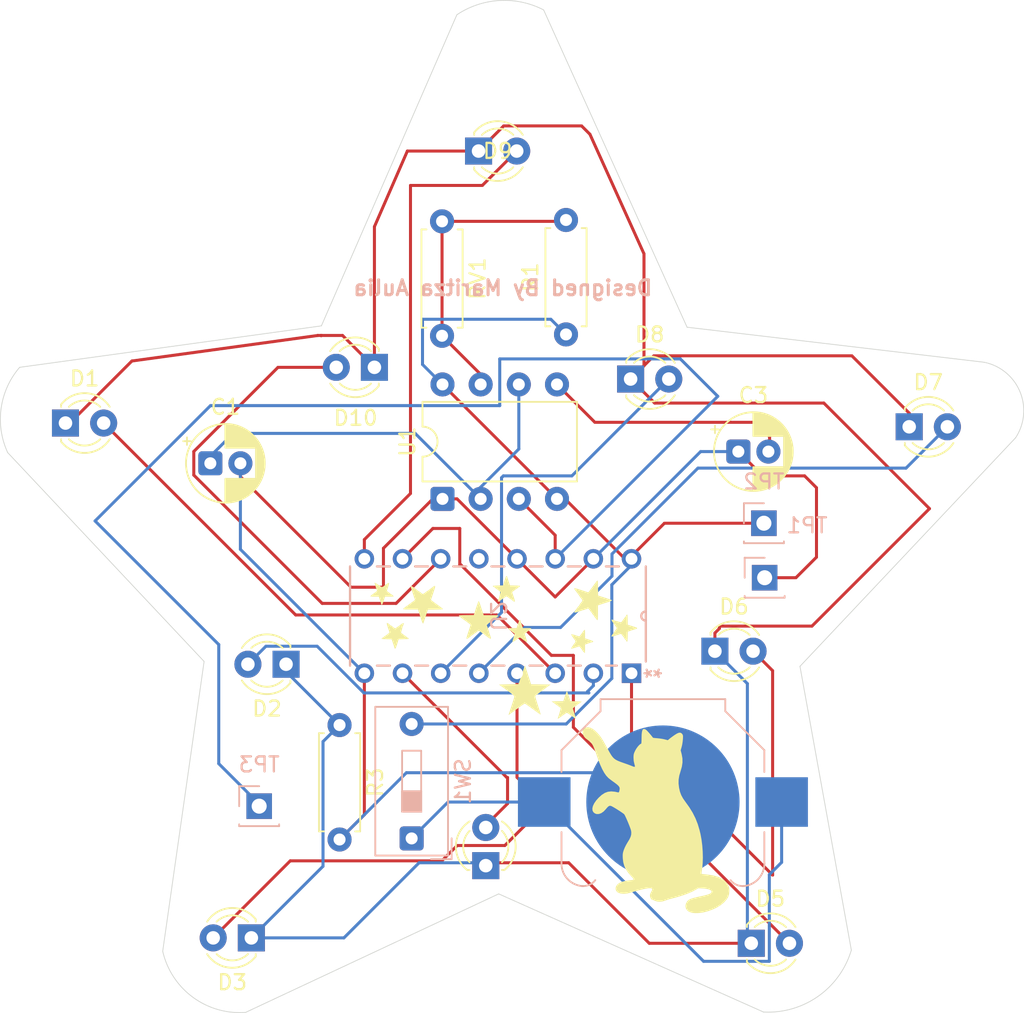
<source format=kicad_pcb>
(kicad_pcb (version 20241229) (generator "pcbnew") (generator_version "9.0")
  (layers (0 "F.Cu" signal) (2 "B.Cu" signal) (13 "F.Paste" user) (15 "B.Paste" user) (5 "F.SilkS" user "F.Silkscreen") (7 "B.SilkS" user "B.Silkscreen") (1 "F.Mask" user) (3 "B.Mask" user) (25 "Edge.Cuts" user))
  (net 0 "")
  (net 1 "GND")
  (net 2 "TR")
  (net 3 "Net-(U1-CV)")
  (net 4 "Net-(D1-K)")
  (net 5 "Net-(D1-A)")
  (net 6 "Net-(D2-A)")
  (net 7 "Net-(D3-A)")
  (net 8 "Net-(D4-A)")
  (net 9 "Net-(D5-A)")
  (net 10 "Net-(D6-A)")
  (net 11 "Net-(D7-A)")
  (net 12 "Net-(D8-A)")
  (net 13 "Net-(D9-A)")
  (net 14 "Net-(D10-A)")
  (net 15 "+5V")
  (net 16 "Net-(U1-DIS)")
  (net 17 "OUT")
  (net 19 "Net-(BT2-+)")
  (footprint "LED_THT:LED_D3.0mm" (layer "F.Cu") (at 162.45 68.19)
    (property "Reference" "D8" (at 1.27 -2.96 0) (layer "F.SilkS"))
    (property "Value" "LED")
    (pad "1" thru_hole rect (at 0 0) (size 1.8 1.8) (drill 0.9) (layers "*.Cu" "*.Mask") (net 4 "Net-(D1-K)"))
    (pad "2" thru_hole circle (at 2.54 0) (size 1.8 1.8) (drill 0.9) (layers "*.Cu" "*.Mask") (net 12 "Net-(D8-A)"))
  )
  (footprint "LED_THT:LED_D3.0mm" (layer "F.Cu") (at 168.06 86.31)
    (property "Reference" "D6" (at 1.27 -2.96 0) (layer "F.SilkS"))
    (property "Value" "LED")
    (pad "1" thru_hole rect (at 0 0) (size 1.8 1.8) (drill 0.9) (layers "*.Cu" "*.Mask") (net 4 "Net-(D1-K)"))
    (pad "2" thru_hole circle (at 2.54 0) (size 1.8 1.8) (drill 0.9) (layers "*.Cu" "*.Mask") (net 10 "Net-(D6-A)"))
  )
  (footprint "MountingHole:MountingHole_3.5mm" (layer "F.Cu") (at 153.85 46.99)
    (property "Reference" "REF**" (hide yes))
    (property "Value" "MountingHole_3.5mm" (hide yes))
    (pad "" np_thru_hole circle (at 0 0) (size 3.5 3.5) (drill 3.5) (layers "*.Cu" "*.Mask"))
  )
  (footprint "Resistor_THT:R_Axial_DIN0207_L6.3mm_D2.5mm_P7.62mm_Horizontal" (layer "F.Cu") (at 149.9 57.69 -90)
    (property "Reference" "RV1" (at 3.81 -2.37 90) (layer "F.SilkS"))
    (property "Value" "50k")
    (pad "1" thru_hole circle (at 0 0 270) (size 1.6 1.6) (drill 0.8) (layers "*.Cu" "*.Mask") (net 16 "Net-(U1-DIS)"))
    (pad "2" thru_hole circle (at 7.62 0 270) (size 1.6 1.6) (drill 0.8) (layers "*.Cu" "*.Mask") (net 16 "Net-(U1-DIS)"))
  )
  (footprint "Picture:Stars1" (layer "F.Cu") (at 160.816787 84.470755 -90)
    (property "Reference" "G***" (hide yes))
    (property "Value" "LOGO" (hide yes))
  )
  (footprint "LED_THT:LED_D3.0mm" (layer "F.Cu") (at 124.84 71.12)
    (property "Reference" "D1" (at 1.27 -2.96 0) (layer "F.SilkS"))
    (property "Value" "LED")
    (pad "1" thru_hole rect (at 0 0) (size 1.8 1.8) (drill 0.9) (layers "*.Cu" "*.Mask") (net 4 "Net-(D1-K)"))
    (pad "2" thru_hole circle (at 2.54 0) (size 1.8 1.8) (drill 0.9) (layers "*.Cu" "*.Mask") (net 5 "Net-(D1-A)"))
  )
  (footprint "Picture:Stars1" (layer "F.Cu") (at 153.880755 83.373214)
    (property "Reference" "G***" (hide yes))
    (property "Value" "LOGO" (hide yes))
  )
  (footprint "Resistor_THT:R_Axial_DIN0207_L6.3mm_D2.5mm_P7.62mm_Horizontal" (layer "F.Cu") (at 143.08 91.23 -90)
    (property "Reference" "R3" (at 3.81 -2.37 90) (layer "F.SilkS"))
    (property "Value" "470")
    (pad "1" thru_hole circle (at 0 0 270) (size 1.6 1.6) (drill 0.8) (layers "*.Cu" "*.Mask") (net 4 "Net-(D1-K)"))
    (pad "2" thru_hole circle (at 7.62 0 270) (size 1.6 1.6) (drill 0.8) (layers "*.Cu" "*.Mask") (net 1 "GND"))
  )
  (footprint "LED_THT:LED_D3.0mm" (layer "F.Cu") (at 145.4 67.41 180)
    (property "Reference" "D10" (at 1.25 -3.37 0) (layer "F.SilkS"))
    (property "Value" "LED")
    (pad "1" thru_hole rect (at 0 0 180) (size 1.8 1.8) (drill 0.9) (layers "*.Cu" "*.Mask") (net 4 "Net-(D1-K)"))
    (pad "2" thru_hole circle (at 2.54 0 180) (size 1.8 1.8) (drill 0.9) (layers "*.Cu" "*.Mask") (net 14 "Net-(D10-A)"))
  )
  (footprint "LED_THT:LED_D3.0mm" (layer "F.Cu") (at 137.21 105.4 180)
    (property "Reference" "D3" (at 1.27 -2.96 0) (layer "F.SilkS"))
    (property "Value" "LED")
    (pad "1" thru_hole rect (at 0 0 180) (size 1.8 1.8) (drill 0.9) (layers "*.Cu" "*.Mask") (net 4 "Net-(D1-K)"))
    (pad "2" thru_hole circle (at 2.54 0 180) (size 1.8 1.8) (drill 0.9) (layers "*.Cu" "*.Mask") (net 7 "Net-(D3-A)"))
  )
  (footprint "Resistor_THT:R_Axial_DIN0207_L6.3mm_D2.5mm_P7.62mm_Horizontal" (layer "F.Cu") (at 158.15 65.22 90)
    (property "Reference" "R1" (at 3.81 -2.37 90) (layer "F.SilkS"))
    (property "Value" "1k")
    (pad "1" thru_hole circle (at 0 0 90) (size 1.6 1.6) (drill 0.8) (layers "*.Cu" "*.Mask") (net 15 "+5V"))
    (pad "2" thru_hole circle (at 7.62 0 90) (size 1.6 1.6) (drill 0.8) (layers "*.Cu" "*.Mask") (net 16 "Net-(U1-DIS)"))
  )
  (footprint "LED_THT:LED_D3.0mm" (layer "F.Cu") (at 152.33 53.01)
    (property "Reference" "D9" (at 1.27 0 0) (layer "F.SilkS"))
    (property "Value" "LED")
    (pad "1" thru_hole rect (at 0 0) (size 1.8 1.8) (drill 0.9) (layers "*.Cu" "*.Mask") (net 4 "Net-(D1-K)"))
    (pad "2" thru_hole circle (at 2.54 0) (size 1.8 1.8) (drill 0.9) (layers "*.Cu" "*.Mask") (net 13 "Net-(D9-A)"))
  )
  (footprint "Capacitor_THT:CP_Radial_D5.0mm_P2.00mm" (layer "F.Cu") (at 169.62 73.02)
    (property "Reference" "C3" (at 1 -3.75 0) (layer "F.SilkS"))
    (property "Value" "0.01 uF")
    (pad "1" thru_hole roundrect (at 0 0) (size 1.6 1.6) (drill 0.8) (layers "*.Cu" "*.Mask") (roundrect_rratio 0.15625) (net 1 "GND"))
    (pad "2" thru_hole circle (at 2 0) (size 1.6 1.6) (drill 0.8) (layers "*.Cu" "*.Mask") (net 3 "Net-(U1-CV)"))
  )
  (footprint "Capacitor_THT:CP_Radial_D5.0mm_P2.00mm" (layer "F.Cu") (at 134.48 73.8)
    (property "Reference" "C1" (at 1 -3.75 0) (layer "F.SilkS"))
    (property "Value" "1 uF")
    (pad "1" thru_hole roundrect (at 0 0) (size 1.6 1.6) (drill 0.8) (layers "*.Cu" "*.Mask") (roundrect_rratio 0.15625) (net 2 "TR"))
    (pad "2" thru_hole circle (at 2 0) (size 1.6 1.6) (drill 0.8) (layers "*.Cu" "*.Mask") (net 1 "GND"))
  )
  (footprint "Picture:Stars1" (layer "F.Cu") (at 147.089245 84.076787 180)
    (property "Reference" "G***" (hide yes))
    (property "Value" "LOGO" (hide yes))
  )
  (footprint "LED_THT:LED_D3.0mm" (layer "F.Cu") (at 170.48 105.76)
    (property "Reference" "D5" (at 1.27 -2.96 0) (layer "F.SilkS"))
    (property "Value" "LED")
    (pad "1" thru_hole rect (at 0 0) (size 1.8 1.8) (drill 0.9) (layers "*.Cu" "*.Mask") (net 4 "Net-(D1-K)"))
    (pad "2" thru_hole circle (at 2.54 0) (size 1.8 1.8) (drill 0.9) (layers "*.Cu" "*.Mask") (net 9 "Net-(D5-A)"))
  )
  (footprint "LED_THT:LED_D3.0mm" (layer "F.Cu") (at 139.52 87.18 180)
    (property "Reference" "D2" (at 1.27 -2.96 0) (layer "F.SilkS"))
    (property "Value" "LED")
    (pad "1" thru_hole rect (at 0 0 180) (size 1.8 1.8) (drill 0.9) (layers "*.Cu" "*.Mask") (net 4 "Net-(D1-K)"))
    (pad "2" thru_hole circle (at 2.54 0 180) (size 1.8 1.8) (drill 0.9) (layers "*.Cu" "*.Mask") (net 6 "Net-(D2-A)"))
  )
  (footprint "LED_THT:LED_D3.0mm" (layer "F.Cu") (at 152.81 100.59 90)
    (property "Reference" "D4" (hide yes))
    (property "Value" "LED")
    (pad "1" thru_hole rect (at 0 0 90) (size 1.8 1.8) (drill 0.9) (layers "*.Cu" "*.Mask") (net 4 "Net-(D1-K)"))
    (pad "2" thru_hole circle (at 2.54 0 90) (size 1.8 1.8) (drill 0.9) (layers "*.Cu" "*.Mask") (net 8 "Net-(D4-A)"))
  )
  (footprint "Package_DIP:DIP-8_W7.62mm" (layer "F.Cu") (at 149.93 76.17 90)
    (property "Reference" "U1" (at 3.81 -2.33 90) (layer "F.SilkS"))
    (property "Value" "NE555P")
    (pad "1" thru_hole roundrect (at 0 0 90) (size 1.6 1.6) (drill 0.8) (layers "*.Cu" "*.Mask") (roundrect_rratio 0.15625) (net 1 "GND"))
    (pad "2" thru_hole circle (at 0 2.54 90) (size 1.6 1.6) (drill 0.8) (layers "*.Cu" "*.Mask") (net 2 "TR"))
    (pad "3" thru_hole circle (at 0 5.08 90) (size 1.6 1.6) (drill 0.8) (layers "*.Cu" "*.Mask") (net 17 "OUT"))
    (pad "4" thru_hole circle (at 0 7.62 90) (size 1.6 1.6) (drill 0.8) (layers "*.Cu" "*.Mask") (net 15 "+5V"))
    (pad "5" thru_hole circle (at 7.62 7.62 90) (size 1.6 1.6) (drill 0.8) (layers "*.Cu" "*.Mask") (net 3 "Net-(U1-CV)"))
    (pad "6" thru_hole circle (at 7.62 5.08 90) (size 1.6 1.6) (drill 0.8) (layers "*.Cu" "*.Mask") (net 2 "TR"))
    (pad "7" thru_hole circle (at 7.62 2.54 90) (size 1.6 1.6) (drill 0.8) (layers "*.Cu" "*.Mask") (net 16 "Net-(U1-DIS)"))
    (pad "8" thru_hole circle (at 7.62 0 90) (size 1.6 1.6) (drill 0.8) (layers "*.Cu" "*.Mask") (net 15 "+5V"))
  )
  (footprint "Picture:CatAndStarFF" (layer "F.Cu") (at 161.43 95.14)
    (property "Reference" "Cat" (hide yes))
    (property "Value" "LOGO" (hide yes))
  )
  (footprint "LED_THT:LED_D3.0mm" (layer "F.Cu") (at 180.99 71.37)
    (property "Reference" "D7" (at 1.27 -2.96 0) (layer "F.SilkS"))
    (property "Value" "LED")
    (pad "1" thru_hole rect (at 0 0) (size 1.8 1.8) (drill 0.9) (layers "*.Cu" "*.Mask") (net 4 "Net-(D1-K)"))
    (pad "2" thru_hole circle (at 2.54 0) (size 1.8 1.8) (drill 0.9) (layers "*.Cu" "*.Mask") (net 11 "Net-(D7-A)"))
  )
  (footprint "Battery:BatteryHolder_Keystone_3000_1x12mm" (layer "B.Cu") (at 164.6 96.355 180)
    (property "Reference" "BT2" (hide yes))
    (property "Value" "Battery_Cell")
    (pad "1" smd rect (at -7.9 0 180) (size 3.5 3.3) (layers "B.Cu" "B.Mask" "B.Paste") (net 19 "Net-(BT2-+)"))
    (pad "1" smd rect (at 7.9 0 180) (size 3.5 3.3) (layers "B.Cu" "B.Mask" "B.Paste") (net 19 "Net-(BT2-+)"))
    (pad "2" smd circle (at 0 0 180) (size 10.2 10.2) (layers "B.Cu" "B.Mask") (net 1 "GND"))
  )
  (footprint "Connector_PinSocket_2.54mm:PinSocket_1x01_P2.54mm_Vertical" (layer "B.Cu") (at 171.37 81.42 180)
    (property "Reference" "TP1" (at -2.82 3.48 0) (layer "B.SilkS") (effects (justify mirror)))
    (property "Value" "TestPoint")
    (pad "1" thru_hole rect (at 0 0 180) (size 1.7 1.7) (drill 1) (layers "*.Cu" "*.Mask") (net 1 "GND"))
  )
  (footprint "Connector_PinSocket_2.54mm:PinSocket_1x01_P2.54mm_Vertical" (layer "B.Cu") (at 171.32 77.79 180)
    (property "Reference" "TP2" (at 0 2.77 0) (layer "B.SilkS") (effects (justify mirror)))
    (property "Value" "TestPoint")
    (pad "1" thru_hole rect (at 0 0 180) (size 1.7 1.7) (drill 1) (layers "*.Cu" "*.Mask") (net 15 "+5V"))
  )
  (footprint "Button_Switch_THT:SW_DIP_SPSTx01_Slide_9.78x4.72mm_W7.62mm_P2.54mm" (layer "B.Cu") (at 147.8775 98.7775 90)
    (property "Reference" "SW1" (at 3.81 3.42 90) (layer "B.SilkS") (effects (justify mirror)))
    (property "Value" "SW_SPST")
    (pad "1" thru_hole roundrect (at 0 0 90) (size 1.6 1.6) (drill 0.8) (layers "*.Cu" "*.Mask") (roundrect_rratio 0.15625) (net 19 "Net-(BT2-+)"))
    (pad "2" thru_hole circle (at 7.62 0 90) (size 1.6 1.6) (drill 0.8) (layers "*.Cu" "*.Mask") (net 15 "+5V"))
  )
  (footprint "footprints:N16" (layer "B.Cu") (at 144.73 80.16 90)
    (property "Reference" "U2" (at -3.81 8.89 270) (layer "B.SilkS") (effects (justify mirror)))
    (property "Value" "4017")
    (fp_text user "*" (at -7.62 19.1897 270) (layer "B.SilkS") (effects (justify mirror)))
    (fp_text user "*" (at -7.62 19.1897 90) (layer "B.SilkS") (effects (justify mirror)))
    (pad "1" thru_hole rect (at -7.62 17.78 90) (size 1.2954 1.2954) (drill 0.7874) (layers "*.Cu" "*.Mask") (net 10 "Net-(D6-A)"))
    (pad "2" thru_hole circle (at -7.62 15.24 90) (size 1.2954 1.2954) (drill 0.7874) (layers "*.Cu" "*.Mask") (net 6 "Net-(D2-A)"))
    (pad "3" thru_hole circle (at -7.62 12.7 90) (size 1.2954 1.2954) (drill 0.7874) (layers "*.Cu" "*.Mask") (net 5 "Net-(D1-A)"))
    (pad "4" thru_hole circle (at -7.62 10.16 90) (size 1.2954 1.2954) (drill 0.7874) (layers "*.Cu" "*.Mask") (net 7 "Net-(D3-A)"))
    (pad "5" thru_hole circle (at -7.62 7.62 90) (size 1.2954 1.2954) (drill 0.7874) (layers "*.Cu" "*.Mask") (net 11 "Net-(D7-A)"))
    (pad "6" thru_hole circle (at -7.62 5.08 90) (size 1.2954 1.2954) (drill 0.7874) (layers "*.Cu" "*.Mask") (net 12 "Net-(D8-A)"))
    (pad "7" thru_hole circle (at -7.62 2.54 90) (size 1.2954 1.2954) (drill 0.7874) (layers "*.Cu" "*.Mask") (net 8 "Net-(D4-A)"))
    (pad "8" thru_hole circle (at -7.62 0 90) (size 1.2954 1.2954) (drill 0.7874) (layers "*.Cu" "*.Mask") (net 1 "GND"))
    (pad "9" thru_hole circle (at 0 0 90) (size 1.2954 1.2954) (drill 0.7874) (layers "*.Cu" "*.Mask") (net 13 "Net-(D9-A)"))
    (pad "10" thru_hole circle (at 0 2.54 90) (size 1.2954 1.2954) (drill 0.7874) (layers "*.Cu" "*.Mask") (net 9 "Net-(D5-A)"))
    (pad "11" thru_hole circle (at 0 5.08 90) (size 1.2954 1.2954) (drill 0.7874) (layers "*.Cu" "*.Mask") (net 14 "Net-(D10-A)"))
    (pad "12" thru_hole circle (at 0 7.62 90) (size 1.2954 1.2954) (drill 0.7874) (layers "*.Cu" "*.Mask"))
    (pad "13" thru_hole circle (at 0 10.16 90) (size 1.2954 1.2954) (drill 0.7874) (layers "*.Cu" "*.Mask") (net 1 "GND"))
    (pad "14" thru_hole circle (at 0 12.7 90) (size 1.2954 1.2954) (drill 0.7874) (layers "*.Cu" "*.Mask") (net 17 "OUT"))
    (pad "15" thru_hole circle (at 0 15.24 90) (size 1.2954 1.2954) (drill 0.7874) (layers "*.Cu" "*.Mask") (net 1 "GND"))
    (pad "16" thru_hole circle (at 0 17.78 90) (size 1.2954 1.2954) (drill 0.7874) (layers "*.Cu" "*.Mask") (net 15 "+5V"))
  )
  (footprint "Connector_PinSocket_2.54mm:PinSocket_1x01_P2.54mm_Vertical" (layer "B.Cu") (at 137.73 96.63 180)
    (property "Reference" "TP3" (at 0 2.77 0) (layer "B.SilkS") (effects (justify mirror)))
    (property "Value" "TestPoint")
    (pad "1" thru_hole rect (at 0 0 180) (size 1.7 1.7) (drill 1) (layers "*.Cu" "*.Mask") (net 17 "OUT"))
  )
  (gr_arc (start 150.886521 43.93572) (mid 153.729646 42.986241) (end 156.660905 43.612814) (stroke (width 0.05)) (layer "Edge.Cuts"))
  (gr_line (start 173.72 87.32) (end 188.070766 72.101339) (stroke (width 0.05)) (layer "Edge.Cuts"))
  (gr_line (start 121.79 67.41) (end 141.87 64.65) (stroke (width 0.05)) (layer "Edge.Cuts"))
  (gr_arc (start 177.139901 106.211691) (mid 174.93 109.29) (end 171.287637 110.335386) (stroke (width 0.05)) (layer "Edge.Cuts"))
  (gr_line (start 153.67 102.47) (end 171.286996 110.335386) (stroke (width 0.05)) (layer "Edge.Cuts"))
  (gr_line (start 173.72 87.32) (end 177.14 106.22) (stroke (width 0.05)) (layer "Edge.Cuts"))
  (gr_line (start 134.065 86.995) (end 131.309855 106.288634) (stroke (width 0.05)) (layer "Edge.Cuts"))
  (gr_line (start 141.87 64.65) (end 150.886521 43.93572) (stroke (width 0.05)) (layer "Edge.Cuts"))
  (gr_line (start 166.207265 64.739715) (end 185.975694 67.072485) (stroke (width 0.05)) (layer "Edge.Cuts"))
  (gr_arc (start 185.975696 67.072485) (mid 188.36 69.03) (end 188.070772 72.101339) (stroke (width 0.05)) (layer "Edge.Cuts"))
  (gr_arc (start 120.992453 73.086165) (mid 120.558245 70.131042) (end 121.79 67.41) (stroke (width 0.05)) (layer "Edge.Cuts"))
  (gr_arc (start 136.83 110.36) (mid 133.31394 109.349319) (end 131.309855 106.288634) (stroke (width 0.05)) (layer "Edge.Cuts"))
  (gr_line (start 136.829997 110.36) (end 153.67 102.47) (stroke (width 0.05)) (layer "Edge.Cuts"))
  (gr_line (start 156.660909 43.612814) (end 166.207265 64.739715) (stroke (width 0.05)) (layer "Edge.Cuts"))
  (gr_line (start 120.992454 73.086165) (end 134.065 86.995) (stroke (width 0.05)) (layer "Edge.Cuts"))
  (gr_text "Designed By Maritza Aulia" (at 164 62.71 -0) (layer "B.SilkS") (effects (font (size 1 1) (thickness 0.2) (bold yes)) (justify left bottom mirror)))
  (segment (start 144.73 97.2) (end 143.08 98.85) (width 0.2) (layer "F.Cu") (net 1))
  (segment (start 174.82 75.43) (end 174.82 80.05) (width 0.2) (layer "F.Cu") (net 1))
  (segment (start 149.93 76.17) (end 149.2871 76.17) (width 0.2) (layer "F.Cu") (net 1))
  (segment (start 157.43 82.7) (end 159.97 80.16) (width 0.2) (layer "F.Cu") (net 1))
  (segment (start 149.93 76.17) (end 150.9 76.17) (width 0.2) (layer "F.Cu") (net 1))
  (segment (start 149.2871 76.17) (end 146 79.4571) (width 0.2) (layer "F.Cu") (net 1))
  (segment (start 154.89 80.16) (end 157.43 82.7) (width 0.2) (layer "F.Cu") (net 1))
  (segment (start 173.45 81.42) (end 171.37 81.42) (width 0.2) (layer "F.Cu") (net 1))
  (segment (start 174.82 80.05) (end 173.45 81.42) (width 0.2) (layer "F.Cu") (net 1))
  (segment (start 136.48 74.69) (end 136.48 73.8) (width 0.2) (layer "F.Cu") (net 1))
  (segment (start 174.03 74.64) (end 174.82 75.43) (width 0.2) (layer "F.Cu") (net 1))
  (segment (start 146 82.05) (end 143.84 82.05) (width 0.2) (layer "F.Cu") (net 1))
  (segment (start 144.73 87.78) (end 144.73 97.2) (width 0.2) (layer "F.Cu") (net 1))
  (segment (start 171.24 74.64) (end 174.03 74.64) (width 0.2) (layer "F.Cu") (net 1))
  (segment (start 169.62 73.13) (end 169.62 73.02) (width 0.2) (layer "F.Cu") (net 1))
  (segment (start 146 79.4571) (end 146 82.05) (width 0.2) (layer "F.Cu") (net 1))
  (segment (start 143.84 82.05) (end 136.48 74.69) (width 0.2) (layer "F.Cu") (net 1))
  (segment (start 150.9 76.17) (end 154.89 80.16) (width 0.2) (layer "F.Cu") (net 1))
  (segment (start 169.62 73.02) (end 171.24 74.64) (width 0.2) (layer "F.Cu") (net 1))
  (segment (start 159.97 80.16) (end 167.11 73.02) (width 0.2) (layer "B.Cu") (net 1))
  (segment (start 144.73 87.78) (end 136.48 79.53) (width 0.2) (layer "B.Cu") (net 1))
  (segment (start 147.526 94.404) (end 162.649 94.404) (width 0.2) (layer "B.Cu") (net 1))
  (segment (start 162.649 94.404) (end 164.6 96.355) (width 0.2) (layer "B.Cu") (net 1))
  (segment (start 143.08 98.85) (end 147.526 94.404) (width 0.2) (layer "B.Cu") (net 1))
  (segment (start 167.11 73.02) (end 169.62 73.02) (width 0.2) (layer "B.Cu") (net 1))
  (segment (start 136.48 79.53) (end 136.48 73.8) (width 0.2) (layer "B.Cu") (net 1))
  (segment (start 134.48 73.33) (end 134.48 73.8) (width 0.2) (layer "B.Cu") (net 2))
  (segment (start 152.47 75.39) (end 152.47 76.17) (width 0.2) (layer "B.Cu") (net 2))
  (segment (start 155.01 72.85) (end 152.47 75.39) (width 0.2) (layer "B.Cu") (net 2))
  (segment (start 155.01 68.55) (end 155.01 72.85) (width 0.2) (layer "B.Cu") (net 2))
  (segment (start 136 71.81) (end 134.48 73.33) (width 0.2) (layer "B.Cu") (net 2))
  (segment (start 152.47 76.17) (end 148.11 71.81) (width 0.2) (layer "B.Cu") (net 2))
  (segment (start 148.11 71.81) (end 136 71.81) (width 0.2) (layer "B.Cu") (net 2))
  (segment (start 171.7 72.03) (end 171.7 72.94) (width 0.2) (layer "F.Cu") (net 3))
  (segment (start 170.74 71.07) (end 171.7 72.03) (width 0.2) (layer "F.Cu") (net 3))
  (segment (start 157.55 68.55) (end 160.07 71.07) (width 0.2) (layer "F.Cu") (net 3))
  (segment (start 171.7 72.94) (end 171.62 73.02) (width 0.2) (layer "F.Cu") (net 3))
  (segment (start 160.07 71.07) (end 170.74 71.07) (width 0.2) (layer "F.Cu") (net 3))
  (segment (start 141.627374 65.29) (end 129.259255 66.99) (width 0.2) (layer "F.Cu") (net 4))
  (segment (start 145.36 67.45) (end 145.4 67.41) (width 0.2) (layer "F.Cu") (net 4))
  (segment (start 141.858391 65.300414) (end 141.834466 65.29) (width 0.2) (layer "F.Cu") (net 4))
  (segment (start 141.834466 65.29) (end 141.627374 65.29) (width 0.2) (layer "F.Cu") (net 4))
  (segment (start 158.33 100.4) (end 163.69 105.76) (width 0.2) (layer "F.Cu") (net 4))
  (segment (start 124.84 71.12) (end 125.36 71.12) (width 0.2) (layer "F.Cu") (net 4))
  (segment (start 177.175035 66.645035) (end 180.99 70.46) (width 0.2) (layer "F.Cu") (net 4))
  (segment (start 145.4 67.41) (end 143.28 65.29) (width 0.2) (layer "F.Cu") (net 4))
  (segment (start 159.18498 51.33498) (end 159.742762 51.892762) (width 0.2) (layer "F.Cu") (net 4))
  (segment (start 182.34 76.82) (end 174.52 84.64) (width 0.2) (layer "F.Cu") (net 4))
  (segment (start 143.28 65.29) (end 141.884859 65.29) (width 0.2) (layer "F.Cu") (net 4))
  (segment (start 152.86 100.4) (end 158.33 100.4) (width 0.2) (layer "F.Cu") (net 4))
  (segment (start 175.31 69.79) (end 182.34 76.82) (width 0.2) (layer "F.Cu") (net 4))
  (segment (start 162.45 68.19) (end 163.994965 66.645035) (width 0.2) (layer "F.Cu") (net 4))
  (segment (start 147.592132 53.01) (end 145.4 58.046137) (width 0.2) (layer "F.Cu") (net 4))
  (segment (start 163.69 105.76) (end 170.48 105.76) (width 0.2) (layer "F.Cu") (net 4))
  (segment (start 174.52 84.64) (end 168.36 84.64) (width 0.2) (layer "F.Cu") (net 4))
  (segment (start 164.05 69.79) (end 175.31 69.79) (width 0.2) (layer "F.Cu") (net 4))
  (segment (start 168.36 84.8) (end 168.06 85.1) (width 0.2) (layer "F.Cu") (net 4))
  (segment (start 162.45 68.19) (end 163.34 67.3) (width 0.2) (layer "F.Cu") (net 4))
  (segment (start 152.33 53.01) (end 147.592132 53.01) (width 0.2) (layer "F.Cu") (net 4))
  (segment (start 154.00502 51.33498) (end 159.18498 51.33498) (width 0.2) (layer "F.Cu") (net 4))
  (segment (start 125.129255 71.12) (end 124.84 71.12) (width 0.2) (layer "F.Cu") (net 4))
  (segment (start 163.34 59.853758) (end 159.742762 51.892762) (width 0.2) (layer "F.Cu") (net 4))
  (segment (start 168.36 84.64) (end 168.36 84.8) (width 0.2) (layer "F.Cu") (net 4))
  (segment (start 163.994965 66.645035) (end 177.175035 66.645035) (width 0.2) (layer "F.Cu") (net 4))
  (segment (start 168.06 85.1) (end 168.06 86.31) (width 0.2) (layer "F.Cu") (net 4))
  (segment (start 180.99 70.46) (end 180.99 71.37) (width 0.2) (layer "F.Cu") (net 4))
  (segment (start 145.4 58.046137) (end 145.4 67.41) (width 0.2) (layer "F.Cu") (net 4))
  (segment (start 145.33 67.45) (end 145.36 67.45) (width 0.2) (layer "F.Cu") (net 4))
  (segment (start 163.34 67.3) (end 163.34 59.853758) (width 0.2) (layer "F.Cu") (net 4))
  (segment (start 162.45 68.19) (end 164.05 69.79) (width 0.2) (layer "F.Cu") (net 4))
  (segment (start 152.33 53.01) (end 154.00502 51.33498) (width 0.2) (layer "F.Cu") (net 4))
  (segment (start 129.259255 66.99) (end 125.129255 71.12) (width 0.2) (layer "F.Cu") (net 4))
  (segment (start 141.884859 65.29) (end 141.858391 65.300414) (width 0.2) (layer "F.Cu") (net 4))
  (segment (start 168.06 86.31) (end 170.22 88.47) (width 0.2) (layer "B.Cu") (net 4))
  (segment (start 141.979 100.631) (end 137.21 105.4) (width 0.2) (layer "B.Cu") (net 4))
  (segment (start 148.37 100.4) (end 152.86 100.4) (width 0.2) (layer "B.Cu") (net 4))
  (segment (start 141.979 92.331) (end 141.979 100.631) (width 0.2) (layer "B.Cu") (net 4))
  (segment (start 143.08 91.23) (end 141.979 92.331) (width 0.2) (layer "B.Cu") (net 4))
  (segment (start 170.22 88.47) (end 170.22 105.5) (width 0.2) (layer "B.Cu") (net 4))
  (segment (start 161.67 67.41) (end 162.45 68.19) (width 0.2) (layer "B.Cu") (net 4))
  (segment (start 139.52 87.67) (end 143.08 91.23) (width 0.2) (layer "B.Cu") (net 4))
  (segment (start 139.52 87.18) (end 139.52 87.67) (width 0.2) (layer "B.Cu") (net 4))
  (segment (start 170.22 105.5) (end 170.48 105.76) (width 0.2) (layer "B.Cu") (net 4))
  (segment (start 143.37 105.4) (end 148.37 100.4) (width 0.2) (layer "B.Cu") (net 4))
  (segment (start 137.21 105.4) (end 143.37 105.4) (width 0.2) (layer "B.Cu") (net 4))
  (segment (start 127.38 71.12) (end 140.16 83.9) (width 0.2) (layer "F.Cu") (net 5))
  (segment (start 153.55 83.9) (end 157.43 87.78) (width 0.2) (layer "F.Cu") (net 5))
  (segment (start 140.16 83.9) (end 153.55 83.9) (width 0.2) (layer "F.Cu") (net 5))
  (segment (start 159.58 89) (end 159.97 88.61) (width 0.2) (layer "B.Cu") (net 6))
  (segment (start 159.669 89.089) (end 159.58 89) (width 0.2) (layer "B.Cu") (net 6))
  (segment (start 136.98 87.18) (end 138.181 85.979) (width 0.2) (layer "B.Cu") (net 6))
  (segment (start 138.181 85.979) (end 141.587335 85.979) (width 0.2) (layer "B.Cu") (net 6))
  (segment (start 141.587335 85.979) (end 144.697335 89.089) (width 0.2) (layer "B.Cu") (net 6))
  (segment (start 144.697335 89.089) (end 159.669 89.089) (width 0.2) (layer "B.Cu") (net 6))
  (segment (start 159.97 88.61) (end 159.97 87.78) (width 0.2) (layer "B.Cu") (net 6))
  (segment (start 150.905471 99.251) (end 154.079 99.251) (width 0.2) (layer "F.Cu") (net 7))
  (segment (start 156.755 96.575) (end 154.89 94.71) (width 0.2) (layer "F.Cu") (net 7))
  (segment (start 154.89 94.71) (end 154.89 87.78) (width 0.2) (layer "F.Cu") (net 7))
  (segment (start 139.8 100.27) (end 149.886471 100.27) (width 0.2) (layer "F.Cu") (net 7))
  (segment (start 134.67 105.4) (end 139.8 100.27) (width 0.2) (layer "F.Cu") (net 7))
  (segment (start 149.886471 100.27) (end 150.905471 99.251) (width 0.2) (layer "F.Cu") (net 7))
  (segment (start 154.079 99.251) (end 156.755 96.575) (width 0.2) (layer "F.Cu") (net 7))
  (segment (start 134.61 105.46) (end 134.67 105.4) (width 0.2) (layer "F.Cu") (net 7))
  (segment (start 134.67 105.4) (end 134.37 105.1) (width 0.2) (layer "B.Cu") (net 7))
  (segment (start 152.86 97.86) (end 154.26 96.46) (width 0.2) (layer "F.Cu") (net 8))
  (segment (start 154.26 96.46) (end 154.26 94.72) (width 0.2) (layer "F.Cu") (net 8))
  (segment (start 154.21 94.72) (end 147.27 87.78) (width 0.2) (layer "F.Cu") (net 8))
  (segment (start 154.26 94.72) (end 154.21 94.72) (width 0.2) (layer "F.Cu") (net 8))
  (segment (start 151.08 78.14) (end 151.08 80.552965) (width 0.2) (layer "F.Cu") (net 9))
  (segment (start 151.142965 80.552965) (end 157.18 86.59) (width 0.2) (layer "F.Cu") (net 9))
  (segment (start 151.08 80.552965) (end 151.142965 80.552965) (width 0.2) (layer "F.Cu") (net 9))
  (segment (start 158.64 91.38) (end 173.02 105.76) (width 0.2) (layer "F.Cu") (net 9))
  (segment (start 157.18 86.59) (end 158.64 86.59) (width 0.2) (layer "F.Cu") (net 9))
  (segment (start 158.64 86.59) (end 158.64 91.38) (width 0.2) (layer "F.Cu") (net 9))
  (segment (start 147.27 80.16) (end 149.29 78.14) (width 0.2) (layer "F.Cu") (net 9))
  (segment (start 149.29 78.14) (end 151.08 78.14) (width 0.2) (layer "F.Cu") (net 9))
  (segment (start 162.51 87.78) (end 162.51 91.83) (width 0.2) (layer "F.Cu") (net 10))
  (segment (start 171.9 87.61) (end 170.6 86.31) (width 0.2) (layer "F.Cu") (net 10))
  (segment (start 170.3 86.61) (end 170.6 86.31) (width 0.2) (layer "F.Cu") (net 10))
  (segment (start 171.9 101.22) (end 171.9 87.61) (width 0.2) (layer "F.Cu") (net 10))
  (segment (start 170.3 86.61) (end 170.07 86.61) (width 0.2) (layer "F.Cu") (net 10))
  (segment (start 162.51 91.83) (end 171.9 101.22) (width 0.2) (layer "F.Cu") (net 10))
  (segment (start 166.929 74.121) (end 161.21 79.84) (width 0.2) (layer "B.Cu") (net 11))
  (segment (start 183.53 71.37) (end 180.779 74.121) (width 0.2) (layer "B.Cu") (net 11))
  (segment (start 161.21 79.84) (end 161.21 81.31) (width 0.2) (layer "B.Cu") (net 11))
  (segment (start 180.779 74.121) (end 166.929 74.121) (width 0.2) (layer "B.Cu") (net 11))
  (segment (start 155.4 84.73) (end 152.35 87.78) (width 0.2) (layer "B.Cu") (net 11))
  (segment (start 161.21 81.31) (end 157.79 84.73) (width 0.2) (layer "B.Cu") (net 11))
  (segment (start 157.79 84.73) (end 155.4 84.73) (width 0.2) (layer "B.Cu") (net 11))
  (segment (start 164.99 68.19) (end 165.16 68.19) (width 0.2) (layer "F.Cu") (net 12))
  (segment (start 165.16 68.19) (end 165.43 67.92) (width 0.2) (layer "F.Cu") (net 12))
  (segment (start 153.86 83.73) (end 149.81 87.78) (width 0.2) (layer "B.Cu") (net 12))
  (segment (start 164.99 68.19) (end 158.54 74.64) (width 0.2) (layer "B.Cu") (net 12))
  (segment (start 158.54 74.64) (end 153.98 74.64) (width 0.2) (layer "B.Cu") (net 12))
  (segment (start 153.86 74.76) (end 153.86 83.73) (width 0.2) (layer "B.Cu") (net 12))
  (segment (start 153.98 74.64) (end 153.86 74.76) (width 0.2) (layer "B.Cu") (net 12))
  (segment (start 144.73 78.88) (end 144.73 80.16) (width 0.2) (layer "F.Cu") (net 13))
  (segment (start 147.8 55.3) (end 147.8 75.81) (width 0.2) (layer "F.Cu") (net 13))
  (segment (start 154.87 53.01) (end 152.58 55.3) (width 0.2) (layer "F.Cu") (net 13))
  (segment (start 152.58 55.3) (end 147.8 55.3) (width 0.2) (layer "F.Cu") (net 13))
  (segment (start 147.8 75.81) (end 144.73 78.88) (width 0.2) (layer "F.Cu") (net 13))
  (segment (start 141.92384 83.13) (end 146.84 83.13) (width 0.2) (layer "F.Cu") (net 14))
  (segment (start 138.98384 67.41) (end 133.379 73.01484) (width 0.2) (layer "F.Cu") (net 14))
  (segment (start 146.84 83.13) (end 149.81 80.16) (width 0.2) (layer "F.Cu") (net 14))
  (segment (start 133.379 73.01484) (end 133.379 74.58516) (width 0.2) (layer "F.Cu") (net 14))
  (segment (start 142.86 67.41) (end 138.98384 67.41) (width 0.2) (layer "F.Cu") (net 14))
  (segment (start 133.379 74.58516) (end 141.92384 83.13) (width 0.2) (layer "F.Cu") (net 14))
  (segment (start 162.51 80.16) (end 162.07 80.16) (width 0.2) (layer "F.Cu") (net 15))
  (segment (start 162.51 79.98) (end 164.7 77.79) (width 0.2) (layer "F.Cu") (net 15))
  (segment (start 162.07 80.16) (end 158.08 76.17) (width 0.2) (layer "F.Cu") (net 15))
  (segment (start 158.08 76.17) (end 157.55 76.17) (width 0.2) (layer "F.Cu") (net 15))
  (segment (start 162.51 80.16) (end 162.51 79.98) (width 0.2) (layer "F.Cu") (net 15))
  (segment (start 149.93 68.55) (end 157.55 76.17) (width 0.2) (layer "F.Cu") (net 15))
  (segment (start 164.7 77.79) (end 171.32 77.79) (width 0.2) (layer "F.Cu") (net 15))
  (segment (start 161.19855 81.88855) (end 162.51 80.5771) (width 0.2) (layer "B.Cu") (net 15))
  (segment (start 157.139 64.209) (end 148.6 64.209) (width 0.2) (layer "B.Cu") (net 15))
  (segment (start 158.15 65.22) (end 157.139 64.209) (width 0.2) (layer "B.Cu") (net 15))
  (segment (start 161.19855 88.12655) (end 161.19855 81.88855) (width 0.2) (layer "B.Cu") (net 15))
  (segment (start 158.1676 91.1575) (end 161.19855 88.12655) (width 0.2) (layer "B.Cu") (net 15))
  (segment (start 162.51 80.5771) (end 162.51 80.16) (width 0.2) (layer "B.Cu") (net 15))
  (segment (start 148.6 64.209) (end 148.6 67.22) (width 0.2) (layer "B.Cu") (net 15))
  (segment (start 148.6 67.22) (end 149.93 68.55) (width 0.2) (layer "B.Cu") (net 15))
  (segment (start 147.8775 91.1575) (end 158.1676 91.1575) (width 0.2) (layer "B.Cu") (net 15))
  (segment (start 149.934429 58.07) (end 150.06 58.07) (width 0.2) (layer "F.Cu") (net 16))
  (segment (start 149.99 58.07) (end 149.89 57.97) (width 0.2) (layer "F.Cu") (net 16))
  (segment (start 152.47 67.88) (end 152.47 68.55) (width 0.2) (layer "F.Cu") (net 16))
  (segment (start 149.9 65.31) (end 152.47 67.88) (width 0.2) (layer "F.Cu") (net 16))
  (segment (start 150.06 58.07) (end 149.99 58.07) (width 0.2) (layer "F.Cu") (net 16))
  (segment (start 158.06 57.69) (end 158.15 57.6) (width 0.2) (layer "F.Cu") (net 16))
  (segment (start 149.9 65.31) (end 149.9 57.69) (width 0.2) (layer "F.Cu") (net 16))
  (segment (start 149.9 57.69) (end 158.06 57.69) (width 0.2) (layer "F.Cu") (net 16))
  (segment (start 157.43 78.59) (end 155.01 76.17) (width 0.2) (layer "F.Cu") (net 17))
  (segment (start 157.43 80.16) (end 157.43 78.59) (width 0.2) (layer "F.Cu") (net 17))
  (segment (start 153.74 66.85) (end 165.76 66.85) (width 0.2) (layer "B.Cu") (net 17))
  (segment (start 126.81 77.64) (end 134.49 69.96) (width 0.2) (layer "B.Cu") (net 17))
  (segment (start 137.815 96.575) (end 135.04 93.8) (width 0.2) (layer "B.Cu") (net 17))
  (segment (start 134.49 69.96) (end 153.74 69.96) (width 0.2) (layer "B.Cu") (net 17))
  (segment (start 165.76 66.85) (end 168.25 69.34) (width 0.2) (layer "B.Cu") (net 17))
  (segment (start 168.25 69.34) (end 157.43 80.16) (width 0.2) (layer "B.Cu") (net 17))
  (segment (start 135.04 85.87) (end 126.81 77.64) (width 0.2) (layer "B.Cu") (net 17))
  (segment (start 153.74 69.96) (end 153.74 66.85) (width 0.2) (layer "B.Cu") (net 17))
  (segment (start 135.04 93.8) (end 135.04 85.87) (width 0.2) (layer "B.Cu") (net 17))
  (segment (start 150.3 96.355) (end 156.7 96.355) (width 0.2) (layer "B.Cu") (net 19))
  (segment (start 156.7 96.355) (end 167.306 106.961) (width 0.2) (layer "B.Cu") (net 19))
  (segment (start 167.306 106.961) (end 171.681 106.961) (width 0.2) (layer "B.Cu") (net 19))
  (segment (start 171.681 101.189) (end 172.5 100.37) (width 0.2) (layer "B.Cu") (net 19))
  (segment (start 171.681 106.961) (end 171.681 101.189) (width 0.2) (layer "B.Cu") (net 19))
  (segment (start 172.5 100.37) (end 172.5 96.355) (width 0.2) (layer "B.Cu") (net 19))
  (segment (start 147.8775 98.7775) (end 150.3 96.355) (width 0.2) (layer "B.Cu") (net 19))
)
</source>
